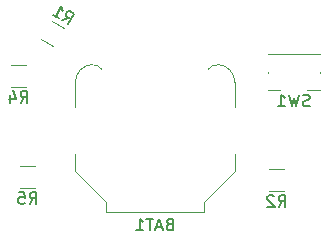
<source format=gbr>
G04 #@! TF.GenerationSoftware,KiCad,Pcbnew,(5.1.5)-3*
G04 #@! TF.CreationDate,2020-05-15T21:02:07+03:00*
G04 #@! TF.ProjectId,ButterflyJewel,42757474-6572-4666-9c79-4a6577656c2e,rev?*
G04 #@! TF.SameCoordinates,Original*
G04 #@! TF.FileFunction,Legend,Bot*
G04 #@! TF.FilePolarity,Positive*
%FSLAX46Y46*%
G04 Gerber Fmt 4.6, Leading zero omitted, Abs format (unit mm)*
G04 Created by KiCad (PCBNEW (5.1.5)-3) date 2020-05-15 21:02:07*
%MOMM*%
%LPD*%
G04 APERTURE LIST*
%ADD10C,0.120000*%
%ADD11C,0.150000*%
G04 APERTURE END LIST*
D10*
X206685500Y-37999000D02*
X205635500Y-37999000D01*
X210035500Y-36399000D02*
X210035500Y-36499000D01*
X205635500Y-34899000D02*
X210035500Y-34899000D01*
X210035500Y-37999000D02*
X208985500Y-37999000D01*
X205635500Y-36399000D02*
X205635500Y-36499000D01*
X184690936Y-44429000D02*
X185895064Y-44429000D01*
X184690936Y-46249000D02*
X185895064Y-46249000D01*
X183928936Y-35856500D02*
X185133064Y-35856500D01*
X183928936Y-37676500D02*
X185133064Y-37676500D01*
X205772936Y-44683000D02*
X206977064Y-44683000D01*
X205772936Y-46503000D02*
X206977064Y-46503000D01*
X202838000Y-44852000D02*
X202838000Y-43402000D01*
X200238000Y-47452000D02*
X202838000Y-44852000D01*
X200238000Y-48252000D02*
X200238000Y-47452000D01*
X191938000Y-48252000D02*
X200238000Y-48252000D01*
X191938000Y-47452000D02*
X191938000Y-48252000D01*
X189338000Y-44852000D02*
X191938000Y-47452000D01*
X189338000Y-43402000D02*
X189338000Y-44852000D01*
X189338000Y-39402000D02*
X189338000Y-37302000D01*
X202838000Y-39402000D02*
X202838000Y-37302000D01*
X189338000Y-37352000D02*
G75*
G02X190788000Y-35802000I1500000J50000D01*
G01*
X202838000Y-37352000D02*
G75*
G03X201388000Y-35802000I-1500000J50000D01*
G01*
X190673385Y-35817840D02*
G75*
G02X191588000Y-36202000I124615J-984160D01*
G01*
X201502615Y-35817840D02*
G75*
G03X200588000Y-36202000I-124615J-984160D01*
G01*
X187482582Y-34263794D02*
X186439776Y-33661730D01*
X188392582Y-32687628D02*
X187349776Y-32085564D01*
D11*
X209168833Y-39303761D02*
X209025976Y-39351380D01*
X208787880Y-39351380D01*
X208692642Y-39303761D01*
X208645023Y-39256142D01*
X208597404Y-39160904D01*
X208597404Y-39065666D01*
X208645023Y-38970428D01*
X208692642Y-38922809D01*
X208787880Y-38875190D01*
X208978357Y-38827571D01*
X209073595Y-38779952D01*
X209121214Y-38732333D01*
X209168833Y-38637095D01*
X209168833Y-38541857D01*
X209121214Y-38446619D01*
X209073595Y-38399000D01*
X208978357Y-38351380D01*
X208740261Y-38351380D01*
X208597404Y-38399000D01*
X208264071Y-38351380D02*
X208025976Y-39351380D01*
X207835500Y-38637095D01*
X207645023Y-39351380D01*
X207406928Y-38351380D01*
X206502166Y-39351380D02*
X207073595Y-39351380D01*
X206787880Y-39351380D02*
X206787880Y-38351380D01*
X206883119Y-38494238D01*
X206978357Y-38589476D01*
X207073595Y-38637095D01*
X185459666Y-47611380D02*
X185793000Y-47135190D01*
X186031095Y-47611380D02*
X186031095Y-46611380D01*
X185650142Y-46611380D01*
X185554904Y-46659000D01*
X185507285Y-46706619D01*
X185459666Y-46801857D01*
X185459666Y-46944714D01*
X185507285Y-47039952D01*
X185554904Y-47087571D01*
X185650142Y-47135190D01*
X186031095Y-47135190D01*
X184554904Y-46611380D02*
X185031095Y-46611380D01*
X185078714Y-47087571D01*
X185031095Y-47039952D01*
X184935857Y-46992333D01*
X184697761Y-46992333D01*
X184602523Y-47039952D01*
X184554904Y-47087571D01*
X184507285Y-47182809D01*
X184507285Y-47420904D01*
X184554904Y-47516142D01*
X184602523Y-47563761D01*
X184697761Y-47611380D01*
X184935857Y-47611380D01*
X185031095Y-47563761D01*
X185078714Y-47516142D01*
X184697666Y-39038880D02*
X185031000Y-38562690D01*
X185269095Y-39038880D02*
X185269095Y-38038880D01*
X184888142Y-38038880D01*
X184792904Y-38086500D01*
X184745285Y-38134119D01*
X184697666Y-38229357D01*
X184697666Y-38372214D01*
X184745285Y-38467452D01*
X184792904Y-38515071D01*
X184888142Y-38562690D01*
X185269095Y-38562690D01*
X183840523Y-38372214D02*
X183840523Y-39038880D01*
X184078619Y-37991261D02*
X184316714Y-38705547D01*
X183697666Y-38705547D01*
X206541666Y-47865380D02*
X206875000Y-47389190D01*
X207113095Y-47865380D02*
X207113095Y-46865380D01*
X206732142Y-46865380D01*
X206636904Y-46913000D01*
X206589285Y-46960619D01*
X206541666Y-47055857D01*
X206541666Y-47198714D01*
X206589285Y-47293952D01*
X206636904Y-47341571D01*
X206732142Y-47389190D01*
X207113095Y-47389190D01*
X206160714Y-46960619D02*
X206113095Y-46913000D01*
X206017857Y-46865380D01*
X205779761Y-46865380D01*
X205684523Y-46913000D01*
X205636904Y-46960619D01*
X205589285Y-47055857D01*
X205589285Y-47151095D01*
X205636904Y-47293952D01*
X206208333Y-47865380D01*
X205589285Y-47865380D01*
X197302285Y-49330571D02*
X197159428Y-49378190D01*
X197111809Y-49425809D01*
X197064190Y-49521047D01*
X197064190Y-49663904D01*
X197111809Y-49759142D01*
X197159428Y-49806761D01*
X197254666Y-49854380D01*
X197635619Y-49854380D01*
X197635619Y-48854380D01*
X197302285Y-48854380D01*
X197207047Y-48902000D01*
X197159428Y-48949619D01*
X197111809Y-49044857D01*
X197111809Y-49140095D01*
X197159428Y-49235333D01*
X197207047Y-49282952D01*
X197302285Y-49330571D01*
X197635619Y-49330571D01*
X196683238Y-49568666D02*
X196207047Y-49568666D01*
X196778476Y-49854380D02*
X196445142Y-48854380D01*
X196111809Y-49854380D01*
X195921333Y-48854380D02*
X195349904Y-48854380D01*
X195635619Y-49854380D02*
X195635619Y-48854380D01*
X194492761Y-49854380D02*
X195064190Y-49854380D01*
X194778476Y-49854380D02*
X194778476Y-48854380D01*
X194873714Y-48997238D01*
X194968952Y-49092476D01*
X195064190Y-49140095D01*
X188244326Y-32073619D02*
X188771096Y-31827893D01*
X188739197Y-32359334D02*
X189239197Y-31493308D01*
X188909283Y-31302832D01*
X188802995Y-31296452D01*
X188737946Y-31313882D01*
X188649087Y-31372551D01*
X188577659Y-31496269D01*
X188571279Y-31602557D01*
X188588709Y-31667606D01*
X188647378Y-31756464D01*
X188977292Y-31946940D01*
X187419539Y-31597429D02*
X187914411Y-31883143D01*
X187666975Y-31740286D02*
X188166975Y-30874260D01*
X188178025Y-31045597D01*
X188212885Y-31175695D01*
X188271554Y-31264553D01*
M02*

</source>
